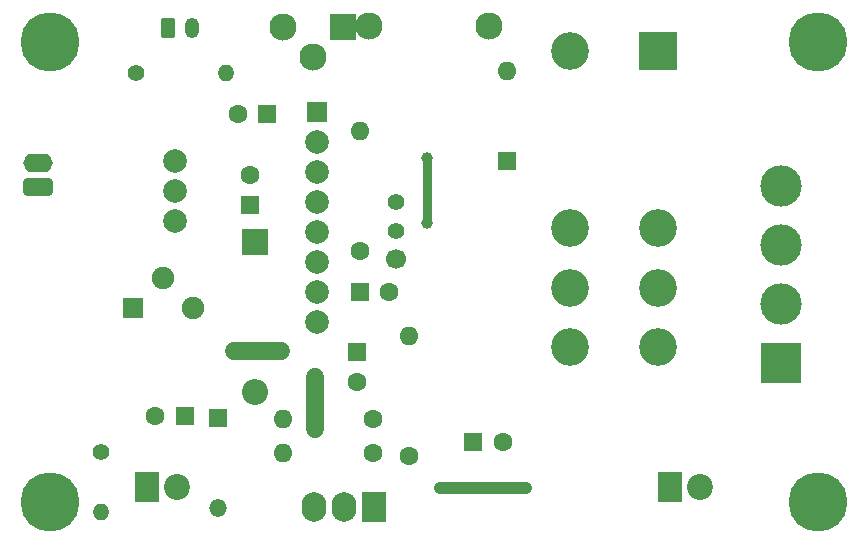
<source format=gbr>
%TF.GenerationSoftware,KiCad,Pcbnew,7.0.9*%
%TF.CreationDate,2023-11-29T12:49:05+01:00*%
%TF.ProjectId,Zabezpieczenie_UPC1237_2,5a616265-7a70-4696-9563-7a656e69655f,rev?*%
%TF.SameCoordinates,Original*%
%TF.FileFunction,Copper,L1,Top*%
%TF.FilePolarity,Positive*%
%FSLAX46Y46*%
G04 Gerber Fmt 4.6, Leading zero omitted, Abs format (unit mm)*
G04 Created by KiCad (PCBNEW 7.0.9) date 2023-11-29 12:49:05*
%MOMM*%
%LPD*%
G01*
G04 APERTURE LIST*
G04 Aperture macros list*
%AMRoundRect*
0 Rectangle with rounded corners*
0 $1 Rounding radius*
0 $2 $3 $4 $5 $6 $7 $8 $9 X,Y pos of 4 corners*
0 Add a 4 corners polygon primitive as box body*
4,1,4,$2,$3,$4,$5,$6,$7,$8,$9,$2,$3,0*
0 Add four circle primitives for the rounded corners*
1,1,$1+$1,$2,$3*
1,1,$1+$1,$4,$5*
1,1,$1+$1,$6,$7*
1,1,$1+$1,$8,$9*
0 Add four rect primitives between the rounded corners*
20,1,$1+$1,$2,$3,$4,$5,0*
20,1,$1+$1,$4,$5,$6,$7,0*
20,1,$1+$1,$6,$7,$8,$9,0*
20,1,$1+$1,$8,$9,$2,$3,0*%
G04 Aperture macros list end*
%TA.AperFunction,ComponentPad*%
%ADD10C,1.400000*%
%TD*%
%TA.AperFunction,ComponentPad*%
%ADD11O,1.400000X1.400000*%
%TD*%
%TA.AperFunction,ComponentPad*%
%ADD12R,2.300000X2.300000*%
%TD*%
%TA.AperFunction,ComponentPad*%
%ADD13C,2.300000*%
%TD*%
%TA.AperFunction,ComponentPad*%
%ADD14RoundRect,0.312500X0.937500X-0.437500X0.937500X0.437500X-0.937500X0.437500X-0.937500X-0.437500X0*%
%TD*%
%TA.AperFunction,ComponentPad*%
%ADD15O,2.500000X1.600000*%
%TD*%
%TA.AperFunction,ComponentPad*%
%ADD16R,1.600000X1.600000*%
%TD*%
%TA.AperFunction,ComponentPad*%
%ADD17C,1.600000*%
%TD*%
%TA.AperFunction,ComponentPad*%
%ADD18C,3.200000*%
%TD*%
%TA.AperFunction,ComponentPad*%
%ADD19R,3.200000X3.200000*%
%TD*%
%TA.AperFunction,ComponentPad*%
%ADD20R,1.800000X1.800000*%
%TD*%
%TA.AperFunction,ComponentPad*%
%ADD21C,2.000000*%
%TD*%
%TA.AperFunction,ComponentPad*%
%ADD22O,1.600000X1.600000*%
%TD*%
%TA.AperFunction,ComponentPad*%
%ADD23C,1.900000*%
%TD*%
%TA.AperFunction,ComponentPad*%
%ADD24R,2.200000X2.200000*%
%TD*%
%TA.AperFunction,ComponentPad*%
%ADD25O,2.200000X2.200000*%
%TD*%
%TA.AperFunction,ComponentPad*%
%ADD26RoundRect,0.250000X-0.350000X-0.625000X0.350000X-0.625000X0.350000X0.625000X-0.350000X0.625000X0*%
%TD*%
%TA.AperFunction,ComponentPad*%
%ADD27O,1.200000X1.750000*%
%TD*%
%TA.AperFunction,ComponentPad*%
%ADD28C,1.700000*%
%TD*%
%TA.AperFunction,ComponentPad*%
%ADD29R,3.500000X3.500000*%
%TD*%
%TA.AperFunction,ComponentPad*%
%ADD30C,3.500000*%
%TD*%
%TA.AperFunction,ComponentPad*%
%ADD31R,2.100000X2.500000*%
%TD*%
%TA.AperFunction,ComponentPad*%
%ADD32C,2.200000*%
%TD*%
%TA.AperFunction,ComponentPad*%
%ADD33R,1.500000X1.500000*%
%TD*%
%TA.AperFunction,ComponentPad*%
%ADD34O,1.500000X1.500000*%
%TD*%
%TA.AperFunction,ComponentPad*%
%ADD35O,2.100000X2.500000*%
%TD*%
%TA.AperFunction,ComponentPad*%
%ADD36C,5.000000*%
%TD*%
%TA.AperFunction,ViaPad*%
%ADD37C,1.500000*%
%TD*%
%TA.AperFunction,ViaPad*%
%ADD38C,1.000000*%
%TD*%
%TA.AperFunction,Conductor*%
%ADD39C,1.500000*%
%TD*%
%TA.AperFunction,Conductor*%
%ADD40C,1.000000*%
%TD*%
%TA.AperFunction,Conductor*%
%ADD41C,0.800000*%
%TD*%
G04 APERTURE END LIST*
D10*
%TO.P,R17,1*%
%TO.N,Net-(J3-Pin_1)*%
X124090000Y-82400000D03*
D11*
%TO.P,R17,2*%
%TO.N,/OVERLOAD_DET*%
X131710000Y-82400000D03*
%TD*%
D12*
%TO.P,Q5,1,C*%
%TO.N,Net-(Q5-C)*%
X141550000Y-78550000D03*
D13*
%TO.P,Q5,2,B*%
%TO.N,Net-(Q5-B)*%
X139010000Y-81090000D03*
%TO.P,Q5,3,E*%
%TO.N,GND*%
X136470000Y-78550000D03*
%TD*%
D14*
%TO.P,J1,1,Pin_1*%
%TO.N,GND*%
X115800000Y-92100000D03*
D15*
%TO.P,J1,2,Pin_2*%
%TO.N,Net-(J1-Pin_2)*%
X115800000Y-90100000D03*
%TD*%
D16*
%TO.P,C9,1*%
%TO.N,/VCC*%
X152600000Y-113700000D03*
D17*
%TO.P,C9,2*%
%TO.N,GND*%
X155100000Y-113700000D03*
%TD*%
D16*
%TO.P,C5,1*%
%TO.N,Net-(D3-K)*%
X128205113Y-111500000D03*
D17*
%TO.P,C5,2*%
%TO.N,GND*%
X125705113Y-111500000D03*
%TD*%
D18*
%TO.P,K1,11*%
%TO.N,/INPUT_R*%
X168300000Y-100600000D03*
%TO.P,K1,12*%
%TO.N,unconnected-(K1-Pad12)*%
X168300000Y-95600000D03*
%TO.P,K1,14*%
%TO.N,/OUPUT_R*%
X168300000Y-105600000D03*
%TO.P,K1,21*%
%TO.N,/INPUT_L*%
X160800000Y-100600000D03*
%TO.P,K1,22*%
%TO.N,unconnected-(K1-Pad22)*%
X160800000Y-95600000D03*
%TO.P,K1,24*%
%TO.N,/OUPUT_L*%
X160800000Y-105600000D03*
D19*
%TO.P,K1,A1*%
%TO.N,Net-(D6-A)*%
X168300000Y-80600000D03*
D18*
%TO.P,K1,A2*%
%TO.N,/VCC*%
X160800000Y-80600000D03*
%TD*%
D13*
%TO.P,R22,1*%
%TO.N,Net-(Q5-C)*%
X143820000Y-78500000D03*
%TO.P,R22,2*%
%TO.N,Net-(D6-A)*%
X153980000Y-78500000D03*
%TD*%
D20*
%TO.P,U1,1,Overload_Detector*%
%TO.N,/OVERLOAD_DET*%
X139400000Y-85760000D03*
D21*
%TO.P,U1,2,Output_Offset_Det.*%
%TO.N,Net-(U1-Output_Offset_Det.)*%
X139400000Y-88300000D03*
%TO.P,U1,3,Latch/Automat_Reset*%
%TO.N,Net-(U1-Latch{slash}Automat_Reset)*%
X139400000Y-90840000D03*
%TO.P,U1,4,AC_OFF_Detector*%
%TO.N,Net-(D1-K)*%
X139400000Y-93380000D03*
%TO.P,U1,5,GND*%
%TO.N,GND*%
X139400000Y-95920000D03*
%TO.P,U1,6,Output_Relay_Driver*%
%TO.N,Net-(U1-Output_Relay_Driver)*%
X139400000Y-98460000D03*
%TO.P,U1,7,VCC_ON_Mute*%
%TO.N,Net-(U1-VCC_ON_Mute)*%
X139400000Y-101000000D03*
%TO.P,U1,8,+VCC*%
%TO.N,Net-(U1-+VCC)*%
X139400000Y-103540000D03*
%TD*%
D10*
%TO.P,C3,1*%
%TO.N,Net-(U1-Latch{slash}Automat_Reset)*%
X146100000Y-93350000D03*
%TO.P,C3,2*%
%TO.N,GND*%
X146100000Y-95850000D03*
%TD*%
D17*
%TO.P,R5,1*%
%TO.N,Net-(U1-Output_Relay_Driver)*%
X143000000Y-97480000D03*
D22*
%TO.P,R5,2*%
%TO.N,Net-(Q4-B)*%
X143000000Y-87320000D03*
%TD*%
D20*
%TO.P,U2,1,REF*%
%TO.N,Net-(U2-REF)*%
X123850000Y-102350000D03*
D23*
%TO.P,U2,2,A*%
%TO.N,GND*%
X126390000Y-99810000D03*
%TO.P,U2,3,K*%
%TO.N,Net-(U2-K)*%
X128930000Y-102350000D03*
%TD*%
D24*
%TO.P,D1,1,K*%
%TO.N,Net-(D1-K)*%
X134100000Y-96750000D03*
D25*
%TO.P,D1,2,A*%
%TO.N,Net-(D1-A)*%
X134100000Y-109450000D03*
%TD*%
D16*
%TO.P,D6,1,K*%
%TO.N,/VCC*%
X155500000Y-89910000D03*
D22*
%TO.P,D6,2,A*%
%TO.N,Net-(D6-A)*%
X155500000Y-82290000D03*
%TD*%
D17*
%TO.P,R4,1*%
%TO.N,/VCC*%
X147200000Y-114880000D03*
D22*
%TO.P,R4,2*%
%TO.N,Net-(U1-+VCC)*%
X147200000Y-104720000D03*
%TD*%
D26*
%TO.P,J3,1,Pin_1*%
%TO.N,Net-(J3-Pin_1)*%
X126800000Y-78600000D03*
D27*
%TO.P,J3,2,Pin_2*%
%TO.N,GND*%
X128800000Y-78600000D03*
%TD*%
D16*
%TO.P,C1,1*%
%TO.N,Net-(U1-Output_Offset_Det.)*%
X135182380Y-85900000D03*
D17*
%TO.P,C1,2*%
%TO.N,GND*%
X132682380Y-85900000D03*
%TD*%
D21*
%TO.P,RV1,1,1*%
%TO.N,Net-(R12-Pad2)*%
X127400000Y-89920000D03*
%TO.P,RV1,2,2*%
%TO.N,Net-(D3-K)*%
X127400000Y-92460000D03*
%TO.P,RV1,3,3*%
X127400000Y-95000000D03*
%TD*%
D28*
%TO.P,REF\u002A\u002A,1*%
%TO.N,GND*%
X146100000Y-98200000D03*
%TD*%
D16*
%TO.P,C4,1*%
%TO.N,Net-(U1-VCC_ON_Mute)*%
X142994888Y-101000000D03*
D17*
%TO.P,C4,2*%
%TO.N,GND*%
X145494888Y-101000000D03*
%TD*%
D29*
%TO.P,J4,1,Pin_1*%
%TO.N,/OUPUT_L*%
X178700000Y-107000000D03*
D30*
%TO.P,J4,2,Pin_2*%
%TO.N,/OUPUT_R*%
X178700000Y-102000000D03*
%TO.P,J4,3,Pin_3*%
%TO.N,/INPUT_R*%
X178700000Y-97000000D03*
%TO.P,J4,4,Pin_4*%
%TO.N,/INPUT_L*%
X178700000Y-92000000D03*
%TD*%
D10*
%TO.P,R11,1*%
%TO.N,Net-(Q2-C)*%
X121100000Y-114510000D03*
D11*
%TO.P,R11,2*%
%TO.N,Net-(D4-K)*%
X121100000Y-119590000D03*
%TD*%
D31*
%TO.P,D5,1,K*%
%TO.N,Net-(D5-K)*%
X169260000Y-117500000D03*
D32*
%TO.P,D5,2,A*%
%TO.N,Net-(D5-A)*%
X171800000Y-117500000D03*
%TD*%
D17*
%TO.P,R6,1*%
%TO.N,/INPUT_AC*%
X144110000Y-111700000D03*
D22*
%TO.P,R6,2*%
%TO.N,Net-(D1-A)*%
X136490000Y-111700000D03*
%TD*%
D31*
%TO.P,D4,1,K*%
%TO.N,Net-(D4-K)*%
X124960000Y-117500000D03*
D32*
%TO.P,D4,2,A*%
%TO.N,Net-(D3-K)*%
X127500000Y-117500000D03*
%TD*%
D16*
%TO.P,C2,1*%
%TO.N,Net-(D1-K)*%
X133700000Y-93605113D03*
D17*
%TO.P,C2,2*%
%TO.N,GND*%
X133700000Y-91105113D03*
%TD*%
D33*
%TO.P,D3,1,K*%
%TO.N,Net-(D3-K)*%
X131000000Y-111685000D03*
D34*
%TO.P,D3,2,A*%
%TO.N,GND*%
X131000000Y-119305000D03*
%TD*%
D31*
%TO.P,J2,1,Pin_1*%
%TO.N,/VCC*%
X144240000Y-119200000D03*
D35*
%TO.P,J2,2,Pin_2*%
%TO.N,/INPUT_AC*%
X141700000Y-119200000D03*
%TO.P,J2,3,Pin_3*%
%TO.N,GND*%
X139160000Y-119200000D03*
%TD*%
D17*
%TO.P,R16,1*%
%TO.N,/VCC*%
X144110000Y-114600000D03*
D22*
%TO.P,R16,2*%
%TO.N,Net-(D3-K)*%
X136490000Y-114600000D03*
%TD*%
D16*
%TO.P,C7,1*%
%TO.N,Net-(U1-+VCC)*%
X142800000Y-106094888D03*
D17*
%TO.P,C7,2*%
%TO.N,GND*%
X142800000Y-108594888D03*
%TD*%
D36*
%TO.P,REF\u002A\u002A,1*%
%TO.N,GND*%
X116800000Y-118800000D03*
%TD*%
%TO.P,REF\u002A\u002A,1*%
%TO.N,GND*%
X116800000Y-79800000D03*
%TD*%
%TO.P,REF\u002A\u002A,1*%
%TO.N,GND*%
X181800000Y-118800000D03*
%TD*%
%TO.P,REF\u002A\u002A,1*%
%TO.N,N/C*%
X181800000Y-79800000D03*
%TD*%
D37*
%TO.N,GND*%
X139200000Y-112600000D03*
X136300000Y-106000000D03*
X132400000Y-106000000D03*
X139200000Y-108200000D03*
D38*
%TO.N,Net-(Q3-B)*%
X149800000Y-117600000D03*
X157050000Y-117600000D03*
%TO.N,/VCC*%
X148700000Y-89600000D03*
X148700000Y-95100000D03*
%TD*%
D39*
%TO.N,GND*%
X139200000Y-108200000D02*
X139200000Y-112600000D01*
X132400000Y-106000000D02*
X136300000Y-106000000D01*
D40*
%TO.N,Net-(Q3-B)*%
X157050000Y-117600000D02*
X149800000Y-117600000D01*
D41*
%TO.N,/VCC*%
X148700000Y-89600000D02*
X148700000Y-95100000D01*
%TD*%
M02*

</source>
